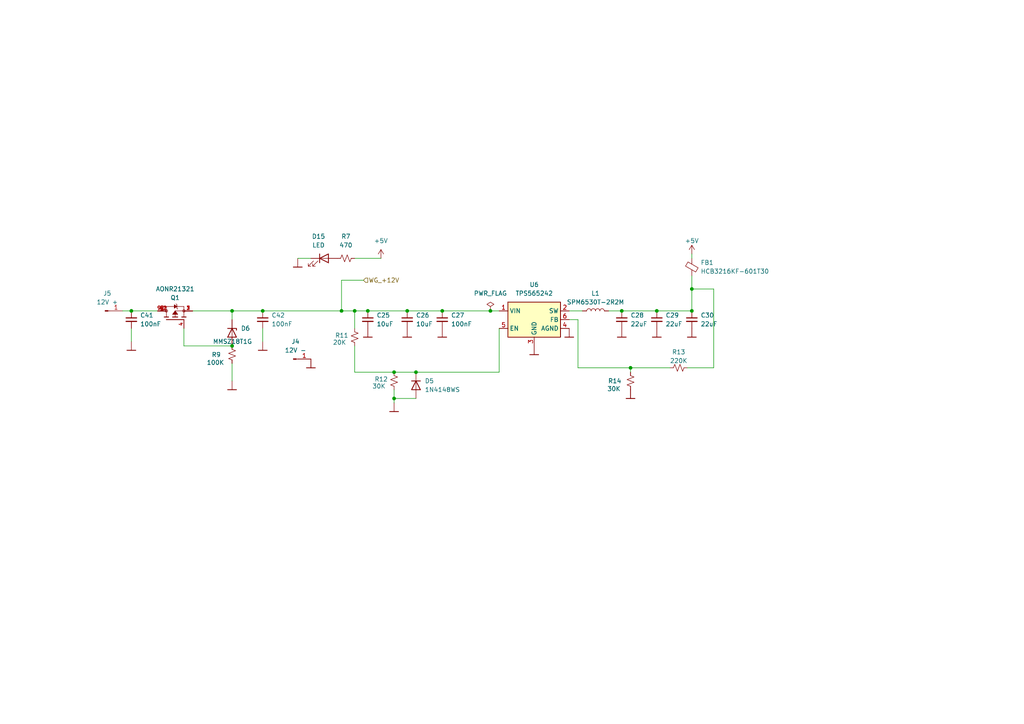
<source format=kicad_sch>
(kicad_sch (version 20250114) (generator "eeschema") (generator_version "9.0")
  (paper "A4")
  (lib_symbols
    (symbol "AONR21321:AONR21321" (pin_names (offset 1.016))
      (property "Reference" "Q" (at -8.89 3.81 0))
      (property "Value" "AONR21321" (at -8.89 -6.35 0))
      (symbol "AONR21321_0_0"
        (polyline (pts (xy 0 -2.54) (xy 0 2.54)) (stroke (width 0.254)))
        (polyline (pts (xy 0.762 1.905) (xy 0.762 3.175)) (stroke (width 0.254)))
        (polyline (pts (xy 0.762 0) (xy 0.762 0.762)) (stroke (width 0.254)))
        (polyline (pts (xy 0.762 0) (xy 2.54 0)) (stroke (width 0.1524)))
        (polyline (pts (xy 0.762 -0.762) (xy 0.762 0)) (stroke (width 0.254)))
        (polyline (pts (xy 0.762 -2.54) (xy 0.762 -1.905)) (stroke (width 0.254)))
        (polyline (pts (xy 0.762 -2.54) (xy 3.81 -2.54)) (stroke (width 0.1524)))
        (polyline (pts (xy 0.762 -3.175) (xy 0.762 -2.54)) (stroke (width 0.254)))
        (circle (center 2.54 2.54) (radius 0.3592))
        (polyline (pts (xy 2.54 0) (xy 2.54 2.54)) (stroke (width 0.1524)))
        (polyline (pts (xy 2.54 0) (xy 1.524 0.762) (xy 1.524 -0.762) (xy 2.54 0)) (stroke (width 0.1524)) (fill (type outline)))
        (circle (center 2.54 -2.54) (radius 0.3592))
        (polyline (pts (xy 3.048 0.762) (xy 3.302 0.508)) (stroke (width 0.1524)))
        (polyline (pts (xy 3.302 0.508) (xy 3.81 0.508)) (stroke (width 0.1524)))
        (polyline (pts (xy 3.81 2.54) (xy 0.762 2.54)) (stroke (width 0.1524)))
        (polyline (pts (xy 3.81 0.508) (xy 3.81 2.54)) (stroke (width 0.1524)))
        (polyline (pts (xy 3.81 0.508) (xy 4.318 0.508)) (stroke (width 0.1524)))
        (polyline (pts (xy 3.81 0.508) (xy 4.318 -0.254) (xy 3.302 -0.254) (xy 3.81 0.508)) (stroke (width 0.1524)) (fill (type outline)))
        (polyline (pts (xy 3.81 -2.54) (xy 3.81 0.508)) (stroke (width 0.1524)))
        (polyline (pts (xy 4.318 0.508) (xy 4.572 0.254)) (stroke (width 0.1524)))
        (pin passive line (at -2.54 2.54 0) (length 2.54) (name "~") (number "4"))
        (pin passive line (at 2.54 5.08 270) (length 2.54) (name "~") (number "1"))
        (pin passive line (at 2.54 5.08 270) (length 2.54) (name "~") (number "2"))
        (pin passive line (at 2.54 5.08 270) (length 2.54) (name "~") (number "3"))
        (pin passive line (at 2.54 -5.08 90) (length 2.54) (name "~") (number "5"))
        (pin passive line (at 2.54 -5.08 90) (length 2.54) (name "~") (number "6"))
        (pin passive line (at 2.54 -5.08 90) (length 2.54) (name "~") (number "7"))
        (pin passive line (at 2.54 -5.08 90) (length 2.54) (name "~") (number "8"))
        (pin passive line (at 2.54 -5.08 90) (length 2.54) (name "~") (number "9"))
        (pin passive line (at 2.54 -5.08 90) (length 2.54) (name "~") (number "9_1"))
        (pin passive line (at 2.54 -5.08 90) (length 2.54) (name "~") (number "9_2"))
      )
    )
    (symbol "Connector:Conn_01x01_Pin" (pin_names (offset 1.016) (hide yes))
      (property "Reference" "J" (at 0 2.54 0))
      (property "Value" "Conn_01x01_Pin" (at 0 -2.54 0))
      (symbol "Conn_01x01_Pin_1_1"
        (rectangle (start 0.8636 0.127) (end 0 -0.127) (stroke (width 0.1524)) (fill (type outline)))
        (polyline (pts (xy 1.27 0) (xy 0.8636 0)) (stroke (width 0.1524)))
        (pin passive line (at 5.08 0 180) (length 3.81) (name "Pin_1") (number "1"))
      )
    )
    (symbol "Device:C_Small" (pin_numbers (hide yes)) (pin_names (offset 0.254) (hide yes))
      (property "Reference" "C" (at 0.254 1.778 0))
      (property "Value" "C_Small" (at 0.254 -2.032 0))
      (symbol "C_Small_0_1"
        (polyline (pts (xy -1.524 0.508) (xy 1.524 0.508)) (stroke (width 0.3048)))
        (polyline (pts (xy -1.524 -0.508) (xy 1.524 -0.508)) (stroke (width 0.3302)))
      )
      (symbol "C_Small_1_1"
        (pin passive line (at 0 2.54 270) (length 2.032) (name "~") (number "1"))
        (pin passive line (at 0 -2.54 90) (length 2.032) (name "~") (number "2"))
      )
    )
    (symbol "Device:D_Zener" (pin_numbers (hide yes)) (pin_names (offset 1.016) (hide yes))
      (property "Reference" "D" (at 0 2.54 0))
      (property "Value" "D_Zener" (at 0 -2.54 0))
      (symbol "D_Zener_0_1"
        (polyline (pts (xy -1.27 -1.27) (xy -1.27 1.27) (xy -0.762 1.27)) (stroke (width 0.254)))
        (polyline (pts (xy 1.27 0) (xy -1.27 0)))
        (polyline (pts (xy 1.27 -1.27) (xy 1.27 1.27) (xy -1.27 0) (xy 1.27 -1.27)) (stroke (width 0.254)))
      )
      (symbol "D_Zener_1_1"
        (pin passive line (at -3.81 0 0) (length 2.54) (name "K") (number "1"))
        (pin passive line (at 3.81 0 180) (length 2.54) (name "A") (number "2"))
      )
    )
    (symbol "Device:FerriteBead_Small" (pin_numbers (hide yes)) (pin_names (offset 0))
      (property "Reference" "FB" (at 1.905 1.27 0))
      (property "Value" "FerriteBead_Small" (at 1.905 -1.27 0))
      (symbol "FerriteBead_Small_0_1"
        (polyline (pts (xy -1.8288 0.2794) (xy -1.1176 1.4986) (xy 1.8288 -0.2032) (xy 1.1176 -1.4224) (xy -1.8288 0.2794)))
        (polyline (pts (xy 0 0.889) (xy 0 1.2954)))
        (polyline (pts (xy 0 -1.27) (xy 0 -0.7874)))
      )
      (symbol "FerriteBead_Small_1_1"
        (pin passive line (at 0 2.54 270) (length 1.27) (name "~") (number "1"))
        (pin passive line (at 0 -2.54 90) (length 1.27) (name "~") (number "2"))
      )
    )
    (symbol "Device:L" (pin_numbers (hide yes)) (pin_names (offset 1.016) (hide yes))
      (property "Reference" "L" (at -1.27 0 90))
      (property "Value" "L" (at 1.905 0 90))
      (symbol "L_0_1"
        (arc (start 0 2.54) (mid 0.6323 1.905) (end 0 1.27))
        (arc (start 0 1.27) (mid 0.6323 0.635) (end 0 0))
        (arc (start 0 0) (mid 0.6323 -0.635) (end 0 -1.27))
        (arc (start 0 -1.27) (mid 0.6323 -1.905) (end 0 -2.54))
      )
      (symbol "L_1_1"
        (pin passive line (at 0 3.81 270) (length 1.27) (name "1") (number "1"))
        (pin passive line (at 0 -3.81 90) (length 1.27) (name "2") (number "2"))
      )
    )
    (symbol "Device:LED" (pin_numbers (hide yes)) (pin_names (offset 1.016) (hide yes))
      (property "Reference" "D" (at 0 2.54 0))
      (property "Value" "LED" (at 0 -2.54 0))
      (symbol "LED_0_1"
        (polyline (pts (xy -3.048 -0.762) (xy -4.572 -2.286) (xy -3.81 -2.286) (xy -4.572 -2.286) (xy -4.572 -1.524)))
        (polyline (pts (xy -1.778 -0.762) (xy -3.302 -2.286) (xy -2.54 -2.286) (xy -3.302 -2.286) (xy -3.302 -1.524)))
        (polyline (pts (xy -1.27 0) (xy 1.27 0)))
        (polyline (pts (xy -1.27 -1.27) (xy -1.27 1.27)) (stroke (width 0.254)))
        (polyline (pts (xy 1.27 -1.27) (xy 1.27 1.27) (xy -1.27 0) (xy 1.27 -1.27)) (stroke (width 0.254)))
      )
      (symbol "LED_1_1"
        (pin passive line (at -3.81 0 0) (length 2.54) (name "K") (number "1"))
        (pin passive line (at 3.81 0 180) (length 2.54) (name "A") (number "2"))
      )
    )
    (symbol "Device:R_Small_US" (pin_numbers (hide yes)) (pin_names (offset 0.254) (hide yes))
      (property "Reference" "R" (at 0.762 0.508 0))
      (property "Value" "R_Small_US" (at 0.762 -1.016 0))
      (symbol "R_Small_US_1_1"
        (polyline (pts (xy 0 1.524) (xy 1.016 1.143) (xy 0 0.762) (xy -1.016 0.381) (xy 0 0)))
        (polyline (pts (xy 0 0) (xy 1.016 -0.381) (xy 0 -0.762) (xy -1.016 -1.143) (xy 0 -1.524)))
        (pin passive line (at 0 2.54 270) (length 1.016) (name "~") (number "1"))
        (pin passive line (at 0 -2.54 90) (length 1.016) (name "~") (number "2"))
      )
    )
    (symbol "Diode:1N4148WS" (pin_numbers (hide yes)) (pin_names (hide yes))
      (property "Reference" "D" (at 0 2.54 0))
      (property "Value" "1N4148WS" (at 0 -2.54 0))
      (symbol "1N4148WS_0_1"
        (polyline (pts (xy -1.27 1.27) (xy -1.27 -1.27)) (stroke (width 0.254)))
        (polyline (pts (xy 1.27 1.27) (xy 1.27 -1.27) (xy -1.27 0) (xy 1.27 1.27)) (stroke (width 0.254)))
        (polyline (pts (xy 1.27 0) (xy -1.27 0)))
      )
      (symbol "1N4148WS_1_1"
        (pin passive line (at -3.81 0 0) (length 2.54) (name "K") (number "1"))
        (pin passive line (at 3.81 0 180) (length 2.54) (name "A") (number "2"))
      )
    )
    (symbol "Regulator_Switching:TPS565242"
      (property "Reference" "U" (at -7.62 6.35 0))
      (property "Value" "TPS565242" (at -2.54 6.35 0))
      (symbol "TPS565242_0_1"
        (rectangle (start -7.62 5.08) (end 7.62 -5.08) (stroke (width 0.254)) (fill (type background)))
      )
      (symbol "TPS565242_1_1"
        (pin power_in line (at -10.16 2.54 0) (length 2.54) (name "VIN") (number "1"))
        (pin input line (at -10.16 -2.54 0) (length 2.54) (name "EN") (number "5"))
        (pin power_in line (at 0 -7.62 90) (length 2.54) (name "GND") (number "3"))
        (pin power_out line (at 10.16 2.54 180) (length 2.54) (name "SW") (number "2"))
        (pin passive line (at 10.16 0 180) (length 2.54) (name "FB") (number "6"))
        (pin input line (at 10.16 -2.54 180) (length 2.54) (name "AGND") (number "4"))
      )
    )
    (symbol "power:+5V" (power) (pin_numbers (hide yes)) (pin_names (offset 0) (hide yes))
      (property "Value" "+5V" (at 0 3.556 0))
      (symbol "+5V_0_1"
        (polyline (pts (xy -0.762 1.27) (xy 0 2.54)))
        (polyline (pts (xy 0 2.54) (xy 0.762 1.27)))
        (polyline (pts (xy 0 0) (xy 0 2.54)))
      )
      (symbol "+5V_1_1"
        (pin power_in line (at 0 0 90) (length 0) (name "~") (number "1"))
      )
    )
    (symbol "power:GND" (power)
      (symbol "GND_1_0"
        (polyline (pts (xy -1.27 0) (xy 1.27 0)) (stroke (width 0.254)))
        (pin power_in line (at 0 2.54 270) (length 2.54) (name "GND") (number "1"))
      )
    )
    (symbol "power:PWR_FLAG" (power) (pin_numbers (hide yes)) (pin_names (offset 0) (hide yes))
      (property "Value" "PWR_FLAG" (at 0 3.81 0))
      (symbol "PWR_FLAG_0_0"
        (pin power_out line (at 0 0 90) (length 0) (name "~") (number "1"))
      )
      (symbol "PWR_FLAG_0_1"
        (polyline (pts (xy 0 0) (xy 0 1.27) (xy -1.016 1.905) (xy 0 2.54) (xy 1.016 1.905) (xy 0 1.27)))
      )
    )
  )
  (junction (at 114.3 107.95))
  (junction (at 76.2 90.17))
  (junction (at 142.24 90.17))
  (junction (at 200.66 83.82))
  (junction (at 99.06 90.17))
  (junction (at 190.5 90.17))
  (junction (at 67.31 90.17))
  (junction (at 182.88 106.68))
  (junction (at 38.1 90.17))
  (junction (at 114.3 115.57))
  (junction (at 200.66 90.17))
  (junction (at 120.65 107.95))
  (junction (at 106.68 90.17))
  (junction (at 180.34 90.17))
  (junction (at 67.31 100.33))
  (junction (at 102.87 90.17))
  (junction (at 128.27 90.17))
  (junction (at 118.11 90.17))
  (wire (pts (xy 167.64 106.68) (xy 182.88 106.68)))
  (wire (pts (xy 165.1 92.71) (xy 167.64 92.71)))
  (wire (pts (xy 199.39 106.68) (xy 207.01 106.68)))
  (wire (pts (xy 200.66 80.01) (xy 200.66 83.82)))
  (wire (pts (xy 200.66 83.82) (xy 200.66 90.17)))
  (wire (pts (xy 207.01 106.68) (xy 207.01 83.82)))
  (wire (pts (xy 176.53 90.17) (xy 180.34 90.17)))
  (wire (pts (xy 67.31 90.17) (xy 67.31 92.71)))
  (wire (pts (xy 102.87 90.17) (xy 106.68 90.17)))
  (wire (pts (xy 86.36 74.93) (xy 90.17 74.93)))
  (wire (pts (xy 190.5 90.17) (xy 200.66 90.17)))
  (wire (pts (xy 114.3 115.57) (xy 120.65 115.57)))
  (wire (pts (xy 99.06 81.28) (xy 99.06 90.17)))
  (wire (pts (xy 35.56 90.17) (xy 38.1 90.17)))
  (wire (pts (xy 99.06 90.17) (xy 102.87 90.17)))
  (wire (pts (xy 55.88 90.17) (xy 67.31 90.17)))
  (wire (pts (xy 142.24 90.17) (xy 144.78 90.17)))
  (wire (pts (xy 102.87 74.93) (xy 110.49 74.93)))
  (wire (pts (xy 128.27 90.17) (xy 142.24 90.17)))
  (wire (pts (xy 106.68 90.17) (xy 118.11 90.17)))
  (wire (pts (xy 200.66 83.82) (xy 207.01 83.82)))
  (wire (pts (xy 99.06 81.28) (xy 105.41 81.28)))
  (wire (pts (xy 114.3 115.57) (xy 114.3 113.03)))
  (wire (pts (xy 118.11 90.17) (xy 128.27 90.17)))
  (wire (pts (xy 76.2 95.25) (xy 76.2 99.06)))
  (wire (pts (xy 38.1 90.17) (xy 45.72 90.17)))
  (wire (pts (xy 120.65 107.95) (xy 144.78 107.95)))
  (wire (pts (xy 53.34 100.33) (xy 67.31 100.33)))
  (wire (pts (xy 200.66 73.66) (xy 200.66 74.93)))
  (wire (pts (xy 76.2 90.17) (xy 99.06 90.17)))
  (wire (pts (xy 53.34 95.25) (xy 53.34 100.33)))
  (wire (pts (xy 102.87 107.95) (xy 114.3 107.95)))
  (wire (pts (xy 180.34 90.17) (xy 190.5 90.17)))
  (wire (pts (xy 114.3 116.84) (xy 114.3 115.57)))
  (wire (pts (xy 67.31 110.49) (xy 67.31 105.41)))
  (wire (pts (xy 182.88 106.68) (xy 182.88 107.95)))
  (wire (pts (xy 102.87 90.17) (xy 102.87 95.25)))
  (wire (pts (xy 144.78 107.95) (xy 144.78 95.25)))
  (wire (pts (xy 102.87 100.33) (xy 102.87 107.95)))
  (wire (pts (xy 167.64 92.71) (xy 167.64 106.68)))
  (wire (pts (xy 114.3 107.95) (xy 120.65 107.95)))
  (wire (pts (xy 165.1 90.17) (xy 168.91 90.17)))
  (wire (pts (xy 67.31 90.17) (xy 76.2 90.17)))
  (wire (pts (xy 38.1 95.25) (xy 38.1 99.06)))
  (wire (pts (xy 182.88 106.68) (xy 194.31 106.68)))
  (hierarchical_label "WG_+12V" (shape input) (at 105.41 81.28 0))
  (symbol (lib_id "AONR21321:AONR21321") (at 50.8 92.71 270) (mirror x) (unit 1)
    (property "Reference" "Q1" (at 50.8 86.36 90))
    (property "Value" "AONR21321" (at 50.8 83.82 90))
    (property "Footprint" "Transistor_Power_Module:TRANS_AONR21321" (effects (hide yes)))
    (property "PARTREV" "1.0" (effects (hide yes)))
    (property "STANDARD" "Manufacturer Recommedation" (effects (hide yes)))
    (property "MANUFACTURER" "Alpha & Omega Semiconductor" (effects (hide yes)))
  )
  (symbol (lib_id "power:GND") (at 190.5 97.79 0) (unit 1)
    (property "Reference" "#0112" (effects (hide yes)))
    (property "Description" "GND" (effects (hide yes)))
  )
  (symbol (lib_id "power:GND") (at 182.88 115.57 0) (unit 1)
    (property "Reference" "#0121" (effects (hide yes)))
    (property "Description" "GND" (effects (hide yes)))
  )
  (symbol (lib_id "Device:C_Small") (at 200.66 92.71 0) (unit 1)
    (property "Reference" "C30" (at 203.2 91.4462 0) (effects (justify left)))
    (property "Value" "22uF" (at 203.2 93.9862 0) (effects (justify left)))
    (property "Footprint" "Capacitor_SMD:C_0603_1608Metric" (effects (hide yes)))
    (property "Description" "Unpolarized capacitor, small symbol" (effects (hide yes)))
  )
  (symbol (lib_id "Regulator_Switching:TPS565242") (at 154.94 92.71 0) (unit 1)
    (property "Reference" "U6" (at 154.94 82.55 0))
    (property "Value" "TPS565242" (at 154.94 85.09 0))
    (property "Footprint" "Package_TO_SOT_SMD:SOT6_DRL_TEX-L" (effects (hide yes)))
    (property "Datasheet" "https://www.ti.com/lit/ds/symlink/tps565242.pdf" (effects (hide yes)))
    (property "Description" "3V to 16V Input, 5-A Output Synchronous Buck Converter, SOT-563" (effects (hide yes)))
  )
  (symbol (lib_id "power:+5V") (at 110.49 74.93 0) (unit 1)
    (property "Reference" "#PWR022" (effects (hide yes)))
    (property "Value" "+5V" (at 110.49 69.85 0))
    (property "Description" "Power symbol creates a global label with name \"+5V\"" (effects (hide yes)))
  )
  (symbol (lib_id "power:GND") (at 118.11 97.79 0) (unit 1)
    (property "Reference" "#0113" (effects (hide yes)))
    (property "Description" "GND" (effects (hide yes)))
  )
  (symbol (lib_id "Device:C_Small") (at 76.2 92.71 0) (unit 1)
    (property "Reference" "C42" (at 78.74 91.4462 0) (effects (justify left)))
    (property "Value" "100nF" (at 78.74 93.9862 0) (effects (justify left)))
    (property "Footprint" "Capacitor_SMD:C_0402_1005Metric" (effects (hide yes)))
    (property "Description" "Unpolarized capacitor, small symbol" (effects (hide yes)))
  )
  (symbol (lib_id "Device:R_Small_US") (at 196.85 106.68 90) (unit 1)
    (property "Reference" "R13" (at 196.85 102.108 90))
    (property "Value" "220K" (at 196.85 104.648 90))
    (property "Footprint" "Resistor_SMD:R_0603_1608Metric" (effects (hide yes)))
    (property "Description" "Resistor, small US symbol" (effects (hide yes)))
  )
  (symbol (lib_id "Device:C_Small") (at 118.11 92.71 0) (unit 1)
    (property "Reference" "C26" (at 120.65 91.4462 0) (effects (justify left)))
    (property "Value" "10uF" (at 120.65 93.9862 0) (effects (justify left)))
    (property "Footprint" "Capacitor_SMD:C_0402_1005Metric" (effects (hide yes)))
    (property "Description" "Unpolarized capacitor, small symbol" (effects (hide yes)))
  )
  (symbol (lib_id "Connector:Conn_01x01_Pin") (at 85.09 104.14 0) (unit 1)
    (property "Reference" "J4" (at 85.725 99.06 0))
    (property "Value" "12V -" (at 85.725 101.6 0))
    (property "Footprint" "MountingHole:MountingHole_4.3mm_M4_ISO7380_Pad_TopBottom" (effects (hide yes)))
    (property "Description" "Generic connector, single row, 01x01, script generated" (effects (hide yes)))
  )
  (symbol (lib_id "Device:L") (at 172.72 90.17 90) (unit 1)
    (property "Reference" "L1" (at 172.72 85.09 90))
    (property "Value" "SPM6530T-2R2M" (at 172.72 87.63 90))
    (property "Footprint" "Inductor_SMD:IND_SPM6530T-2R2M" (effects (hide yes)))
    (property "Description" "Inductor" (effects (hide yes)))
  )
  (symbol (lib_id "power:GND") (at 165.1 97.79 0) (unit 1)
    (property "Reference" "#06" (effects (hide yes)))
    (property "Description" "GND" (effects (hide yes)))
  )
  (symbol (lib_id "power:GND") (at 200.66 97.79 0) (unit 1)
    (property "Reference" "#0122" (effects (hide yes)))
    (property "Description" "GND" (effects (hide yes)))
  )
  (symbol (lib_id "Device:R_Small_US") (at 100.33 74.93 90) (unit 1)
    (property "Reference" "R7" (at 100.33 68.58 90))
    (property "Value" "470" (at 100.33 71.12 90))
    (property "Footprint" "Resistor_SMD:R_0603_1608Metric" (effects (hide yes)))
    (property "Description" "Resistor, small US symbol" (effects (hide yes)))
  )
  (symbol (lib_id "Diode:1N4148WS") (at 120.65 111.76 270) (unit 1)
    (property "Reference" "D5" (at 123.19 110.4899 90) (effects (justify left)))
    (property "Value" "1N4148WS" (at 123.19 113.0299 90) (effects (justify left)))
    (property "Footprint" "Diode_SMD:D_SOD-323" (effects (hide yes)))
    (property "Datasheet" "https://www.vishay.com/docs/85751/1n4148ws.pdf" (effects (hide yes)))
    (property "Description" "75V 0.15A Fast switching Diode, SOD-323" (effects (hide yes)))
    (property "Sim.Device" "D" (effects (hide yes)))
    (property "Sim.Pins" "1=K 2=A" (effects (hide yes)))
  )
  (symbol (lib_id "Connector:Conn_01x01_Pin") (at 30.48 90.17 0) (unit 1)
    (property "Reference" "J5" (at 31.115 85.09 0))
    (property "Value" "12V +" (at 31.115 87.63 0))
    (property "Footprint" "MountingHole:MountingHole_4.3mm_M4_ISO7380_Pad_TopBottom" (effects (hide yes)))
    (property "Description" "Generic connector, single row, 01x01, script generated" (effects (hide yes)))
  )
  (symbol (lib_id "power:PWR_FLAG") (at 142.24 90.17 0) (unit 1)
    (property "Reference" "#FLG04" (effects (hide yes)))
    (property "Value" "PWR_FLAG" (at 142.24 85.09 0))
    (property "Description" "Special symbol for telling ERC where power comes from" (effects (hide yes)))
  )
  (symbol (lib_id "power:GND") (at 67.31 113.03 0) (unit 1)
    (property "Reference" "#025" (effects (hide yes)))
    (property "Description" "GND" (effects (hide yes)))
  )
  (symbol (lib_id "Device:R_Small_US") (at 67.31 102.87 180) (unit 1)
    (property "Reference" "R9" (at 62.738 102.87 0))
    (property "Value" "100K" (at 62.484 105.156 0))
    (property "Footprint" "Resistor_SMD:R_0402_1005Metric" (effects (hide yes)))
    (property "Description" "Resistor, small US symbol" (effects (hide yes)))
  )
  (symbol (lib_id "Device:C_Small") (at 106.68 92.71 0) (unit 1)
    (property "Reference" "C25" (at 109.22 91.4462 0) (effects (justify left)))
    (property "Value" "10uF" (at 109.22 93.9862 0) (effects (justify left)))
    (property "Footprint" "Capacitor_SMD:C_0402_1005Metric" (effects (hide yes)))
    (property "Description" "Unpolarized capacitor, small symbol" (effects (hide yes)))
  )
  (symbol (lib_id "Device:R_Small_US") (at 102.87 97.79 0) (unit 1)
    (property "Reference" "R11" (at 101.092 97.282 0) (effects (justify right)))
    (property "Value" "20K" (at 96.52 99.314 0) (effects (justify left)))
    (property "Footprint" "Resistor_SMD:R_0402_1005Metric" (effects (hide yes)))
    (property "Description" "Resistor, small US symbol" (effects (hide yes)))
  )
  (symbol (lib_id "Device:C_Small") (at 38.1 92.71 0) (unit 1)
    (property "Reference" "C41" (at 40.64 91.4462 0) (effects (justify left)))
    (property "Value" "100nF" (at 40.64 93.9862 0) (effects (justify left)))
    (property "Footprint" "Capacitor_SMD:C_0402_1005Metric" (effects (hide yes)))
    (property "Description" "Unpolarized capacitor, small symbol" (effects (hide yes)))
  )
  (symbol (lib_id "power:GND") (at 76.2 101.6 0) (unit 1)
    (property "Reference" "#026" (effects (hide yes)))
    (property "Description" "GND" (effects (hide yes)))
  )
  (symbol (lib_id "Device:LED") (at 93.98 74.93 0) (unit 1)
    (property "Reference" "D15" (at 92.3925 68.58 0))
    (property "Value" "LED" (at 92.3925 71.12 0))
    (property "Footprint" "LED_SMD:LED_0805_2012Metric" (effects (hide yes)))
    (property "Description" "Light emitting diode" (effects (hide yes)))
    (property "Sim.Pins" "1=K 2=A" (effects (hide yes)))
  )
  (symbol (lib_id "power:GND") (at 90.17 106.68 0) (unit 1)
    (property "Reference" "#03" (effects (hide yes)))
    (property "Description" "GND" (effects (hide yes)))
  )
  (symbol (lib_id "power:GND") (at 180.34 97.79 0) (unit 1)
    (property "Reference" "#0123" (effects (hide yes)))
    (property "Description" "GND" (effects (hide yes)))
  )
  (symbol (lib_id "Device:R_Small_US") (at 182.88 110.49 180) (unit 1)
    (property "Reference" "R14" (at 178.308 110.49 0))
    (property "Value" "30K" (at 178.054 112.776 0))
    (property "Footprint" "Resistor_SMD:R_0603_1608Metric" (effects (hide yes)))
    (property "Description" "Resistor, small US symbol" (effects (hide yes)))
  )
  (symbol (lib_id "power:GND") (at 86.36 77.47 0) (unit 1)
    (property "Reference" "#023" (effects (hide yes)))
    (property "Description" "GND" (effects (hide yes)))
  )
  (symbol (lib_id "power:GND") (at 38.1 101.6 0) (unit 1)
    (property "Reference" "#024" (effects (hide yes)))
    (property "Description" "GND" (effects (hide yes)))
  )
  (symbol (lib_id "power:GND") (at 114.3 119.38 0) (unit 1)
    (property "Reference" "#04" (effects (hide yes)))
    (property "Description" "GND" (effects (hide yes)))
  )
  (symbol (lib_id "Device:C_Small") (at 180.34 92.71 0) (unit 1)
    (property "Reference" "C28" (at 182.88 91.4462 0) (effects (justify left)))
    (property "Value" "22uF" (at 182.88 93.9862 0) (effects (justify left)))
    (property "Footprint" "Capacitor_SMD:C_0603_1608Metric" (effects (hide yes)))
    (property "Description" "Unpolarized capacitor, small symbol" (effects (hide yes)))
  )
  (symbol (lib_id "Device:R_Small_US") (at 114.3 110.49 0) (unit 1)
    (property "Reference" "R12" (at 112.522 109.982 0) (effects (justify right)))
    (property "Value" "30K" (at 107.95 112.014 0) (effects (justify left)))
    (property "Footprint" "Resistor_SMD:R_0603_1608Metric" (effects (hide yes)))
    (property "Description" "Resistor, small US symbol" (effects (hide yes)))
  )
  (symbol (lib_id "power:+5V") (at 200.66 73.66 0) (unit 1)
    (property "Reference" "#PWR016" (effects (hide yes)))
    (property "Value" "+5V" (at 200.66 69.85 0))
    (property "Description" "Power symbol creates a global label with name \"+5V\"" (effects (hide yes)))
  )
  (symbol (lib_id "power:GND") (at 106.68 97.79 0) (unit 1)
    (property "Reference" "#0124" (effects (hide yes)))
    (property "Description" "GND" (effects (hide yes)))
  )
  (symbol (lib_id "Device:C_Small") (at 190.5 92.71 0) (unit 1)
    (property "Reference" "C29" (at 193.04 91.4462 0) (effects (justify left)))
    (property "Value" "22uF" (at 193.04 93.9862 0) (effects (justify left)))
    (property "Footprint" "Capacitor_SMD:C_0603_1608Metric" (effects (hide yes)))
    (property "Description" "Unpolarized capacitor, small symbol" (effects (hide yes)))
  )
  (symbol (lib_id "power:GND") (at 154.94 102.87 0) (unit 1)
    (property "Reference" "#05" (effects (hide yes)))
    (property "Description" "GND" (effects (hide yes)))
  )
  (symbol (lib_id "Device:FerriteBead_Small") (at 200.66 77.47 0) (unit 1)
    (property "Reference" "FB1" (at 203.2 76.1618 0) (effects (justify left)))
    (property "Value" "HCB3216KF-601T30" (at 203.2 78.7018 0) (effects (justify left)))
    (property "Footprint" "Capacitor_SMD:C_1206_3216Metric" (effects (hide yes)))
    (property "Description" "Ferrite bead, small symbol" (effects (hide yes)))
  )
  (symbol (lib_id "Device:D_Zener") (at 67.31 96.52 270) (unit 1)
    (property "Reference" "D6" (at 69.85 95.2499 90) (effects (justify left)))
    (property "Value" "MMSZ18T1G" (at 61.722 99.06 90) (effects (justify left)))
    (property "Footprint" "Diode_SMD:D_SOD-123" (effects (hide yes)))
    (property "Description" "Zener diode" (effects (hide yes)))
  )
  (symbol (lib_id "power:GND") (at 128.27 97.79 0) (unit 1)
    (property "Reference" "#0120" (effects (hide yes)))
    (property "Description" "GND" (effects (hide yes)))
  )
  (symbol (lib_id "Device:C_Small") (at 128.27 92.71 0) (unit 1)
    (property "Reference" "C27" (at 130.81 91.4462 0) (effects (justify left)))
    (property "Value" "100nF" (at 130.81 93.9862 0) (effects (justify left)))
    (property "Footprint" "Capacitor_SMD:C_0402_1005Metric" (effects (hide yes)))
    (property "Description" "Unpolarized capacitor, small symbol" (effects (hide yes)))
  )
)
</source>
